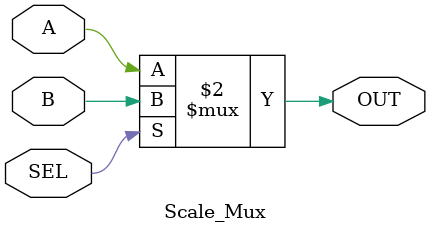
<source format=sv>
/******************************************************************************
***                                                                         ***
*** Ece 526L Experiment #10                       German Zepeda, Fall 2017  ***
*** Experiment #10, RISC-Y                                                  ***
*******************************************************************************
*** Filename: Scale_Mux.v                                                   ***
***                                                                         ***
*******************************************************************************
*/
`timescale 1 ns/ 1 ns
module Scale_Mux(
	A,	//input A
	B,	//input B
	SEL,//input SEL
	OUT //output OUT
);
	//parameter
	parameter SIZE =1;
	//inputs
	input [SIZE-1:0] A,B;
	input SEL;

	//output
	output reg [SIZE-1:0] OUT;

	// mux
	always@(A,B,SEL)begin 
		OUT = SEL ? B:A;
	end
endmodule

</source>
